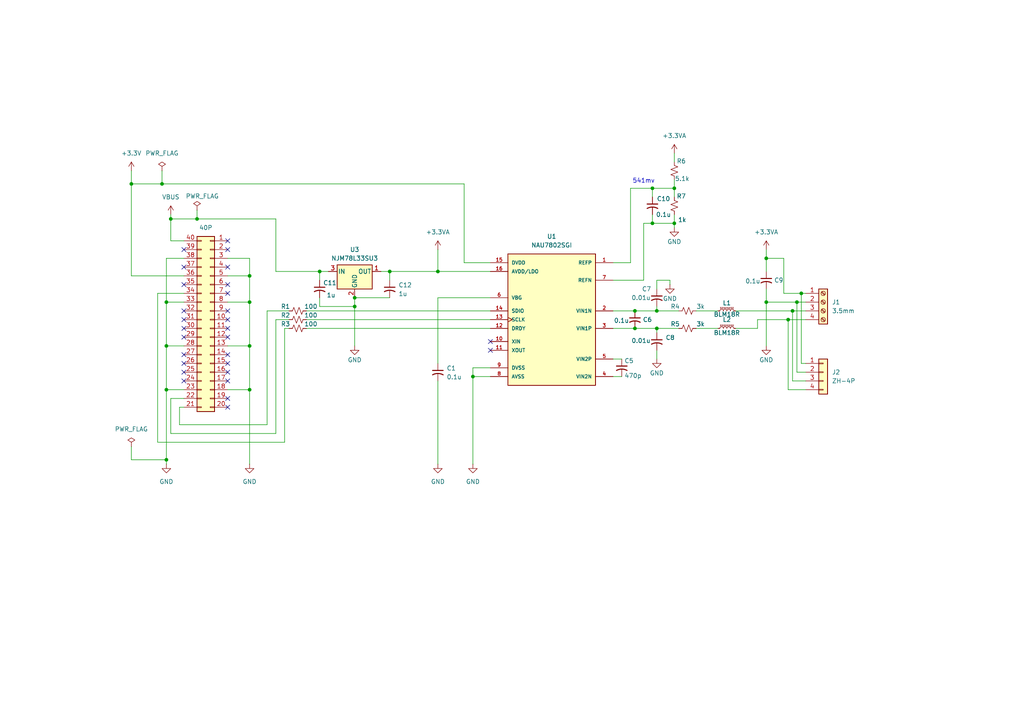
<source format=kicad_sch>
(kicad_sch (version 20250114) (generator "eeschema") (generator_version "9.0")
  (paper "A4")
  (lib_symbols
    (symbol "Connector:Screw_Terminal_01x04" (pin_names (offset 1.016) (hide yes))
      (property "Reference" "J" (at 0 5.08 0))
      (property "Value" "Screw_Terminal_01x04" (at 0 -7.62 0))
      (symbol "Screw_Terminal_01x04_1_1"
        (rectangle (start -1.27 3.81) (end 1.27 -6.35) (stroke (width 0.254)) (fill (type background)))
        (polyline (pts (xy -0.5334 2.8702) (xy 0.3302 2.032)) (stroke (width 0.1524)))
        (polyline (pts (xy -0.5334 0.3302) (xy 0.3302 -0.508)) (stroke (width 0.1524)))
        (polyline (pts (xy -0.5334 -2.2098) (xy 0.3302 -3.048)) (stroke (width 0.1524)))
        (polyline (pts (xy -0.5334 -4.7498) (xy 0.3302 -5.588)) (stroke (width 0.1524)))
        (polyline (pts (xy -0.3556 3.048) (xy 0.508 2.2098)) (stroke (width 0.1524)))
        (polyline (pts (xy -0.3556 0.508) (xy 0.508 -0.3302)) (stroke (width 0.1524)))
        (polyline (pts (xy -0.3556 -2.032) (xy 0.508 -2.8702)) (stroke (width 0.1524)))
        (polyline (pts (xy -0.3556 -4.572) (xy 0.508 -5.4102)) (stroke (width 0.1524)))
        (circle (center 0 2.54) (radius 0.635) (stroke (width 0.1524)))
        (circle (center 0 0) (radius 0.635) (stroke (width 0.1524)))
        (circle (center 0 -2.54) (radius 0.635) (stroke (width 0.1524)))
        (circle (center 0 -5.08) (radius 0.635) (stroke (width 0.1524)))
        (pin passive line (at -5.08 2.54 0) (length 3.81) (name "Pin_1") (number "1"))
        (pin passive line (at -5.08 0 0) (length 3.81) (name "Pin_2") (number "2"))
        (pin passive line (at -5.08 -2.54 0) (length 3.81) (name "Pin_3") (number "3"))
        (pin passive line (at -5.08 -5.08 0) (length 3.81) (name "Pin_4") (number "4"))
      )
    )
    (symbol "Connector_Generic:Conn_01x04" (pin_names (offset 1.016) (hide yes))
      (property "Reference" "J" (at 0 5.08 0))
      (property "Value" "Conn_01x04" (at 0 -7.62 0))
      (symbol "Conn_01x04_1_1"
        (rectangle (start -1.27 3.81) (end 1.27 -6.35) (stroke (width 0.254)) (fill (type background)))
        (rectangle (start -1.27 2.667) (end 0 2.413) (stroke (width 0.1524)))
        (rectangle (start -1.27 0.127) (end 0 -0.127) (stroke (width 0.1524)))
        (rectangle (start -1.27 -2.413) (end 0 -2.667) (stroke (width 0.1524)))
        (rectangle (start -1.27 -4.953) (end 0 -5.207) (stroke (width 0.1524)))
        (pin passive line (at -5.08 2.54 0) (length 3.81) (name "Pin_1") (number "1"))
        (pin passive line (at -5.08 0 0) (length 3.81) (name "Pin_2") (number "2"))
        (pin passive line (at -5.08 -2.54 0) (length 3.81) (name "Pin_3") (number "3"))
        (pin passive line (at -5.08 -5.08 0) (length 3.81) (name "Pin_4") (number "4"))
      )
    )
    (symbol "Connector_Generic:Conn_02x20_Counter_Clockwise" (pin_names (offset 1.016) (hide yes))
      (property "Reference" "J" (at 1.27 25.4 0))
      (property "Value" "Conn_02x20_Counter_Clockwise" (at 1.27 -27.94 0))
      (symbol "Conn_02x20_Counter_Clockwise_1_1"
        (rectangle (start -1.27 24.13) (end 3.81 -26.67) (stroke (width 0.254)) (fill (type background)))
        (rectangle (start -1.27 22.987) (end 0 22.733) (stroke (width 0.1524)))
        (rectangle (start -1.27 20.447) (end 0 20.193) (stroke (width 0.1524)))
        (rectangle (start -1.27 17.907) (end 0 17.653) (stroke (width 0.1524)))
        (rectangle (start -1.27 15.367) (end 0 15.113) (stroke (width 0.1524)))
        (rectangle (start -1.27 12.827) (end 0 12.573) (stroke (width 0.1524)))
        (rectangle (start -1.27 10.287) (end 0 10.033) (stroke (width 0.1524)))
        (rectangle (start -1.27 7.747) (end 0 7.493) (stroke (width 0.1524)))
        (rectangle (start -1.27 5.207) (end 0 4.953) (stroke (width 0.1524)))
        (rectangle (start -1.27 2.667) (end 0 2.413) (stroke (width 0.1524)))
        (rectangle (start -1.27 0.127) (end 0 -0.127) (stroke (width 0.1524)))
        (rectangle (start -1.27 -2.413) (end 0 -2.667) (stroke (width 0.1524)))
        (rectangle (start -1.27 -4.953) (end 0 -5.207) (stroke (width 0.1524)))
        (rectangle (start -1.27 -7.493) (end 0 -7.747) (stroke (width 0.1524)))
        (rectangle (start -1.27 -10.033) (end 0 -10.287) (stroke (width 0.1524)))
        (rectangle (start -1.27 -12.573) (end 0 -12.827) (stroke (width 0.1524)))
        (rectangle (start -1.27 -15.113) (end 0 -15.367) (stroke (width 0.1524)))
        (rectangle (start -1.27 -17.653) (end 0 -17.907) (stroke (width 0.1524)))
        (rectangle (start -1.27 -20.193) (end 0 -20.447) (stroke (width 0.1524)))
        (rectangle (start -1.27 -22.733) (end 0 -22.987) (stroke (width 0.1524)))
        (rectangle (start -1.27 -25.273) (end 0 -25.527) (stroke (width 0.1524)))
        (rectangle (start 3.81 22.987) (end 2.54 22.733) (stroke (width 0.1524)))
        (rectangle (start 3.81 20.447) (end 2.54 20.193) (stroke (width 0.1524)))
        (rectangle (start 3.81 17.907) (end 2.54 17.653) (stroke (width 0.1524)))
        (rectangle (start 3.81 15.367) (end 2.54 15.113) (stroke (width 0.1524)))
        (rectangle (start 3.81 12.827) (end 2.54 12.573) (stroke (width 0.1524)))
        (rectangle (start 3.81 10.287) (end 2.54 10.033) (stroke (width 0.1524)))
        (rectangle (start 3.81 7.747) (end 2.54 7.493) (stroke (width 0.1524)))
        (rectangle (start 3.81 5.207) (end 2.54 4.953) (stroke (width 0.1524)))
        (rectangle (start 3.81 2.667) (end 2.54 2.413) (stroke (width 0.1524)))
        (rectangle (start 3.81 0.127) (end 2.54 -0.127) (stroke (width 0.1524)))
        (rectangle (start 3.81 -2.413) (end 2.54 -2.667) (stroke (width 0.1524)))
        (rectangle (start 3.81 -4.953) (end 2.54 -5.207) (stroke (width 0.1524)))
        (rectangle (start 3.81 -7.493) (end 2.54 -7.747) (stroke (width 0.1524)))
        (rectangle (start 3.81 -10.033) (end 2.54 -10.287) (stroke (width 0.1524)))
        (rectangle (start 3.81 -12.573) (end 2.54 -12.827) (stroke (width 0.1524)))
        (rectangle (start 3.81 -15.113) (end 2.54 -15.367) (stroke (width 0.1524)))
        (rectangle (start 3.81 -17.653) (end 2.54 -17.907) (stroke (width 0.1524)))
        (rectangle (start 3.81 -20.193) (end 2.54 -20.447) (stroke (width 0.1524)))
        (rectangle (start 3.81 -22.733) (end 2.54 -22.987) (stroke (width 0.1524)))
        (rectangle (start 3.81 -25.273) (end 2.54 -25.527) (stroke (width 0.1524)))
        (pin passive line (at -5.08 22.86 0) (length 3.81) (name "Pin_1") (number "1"))
        (pin passive line (at -5.08 20.32 0) (length 3.81) (name "Pin_2") (number "2"))
        (pin passive line (at -5.08 17.78 0) (length 3.81) (name "Pin_3") (number "3"))
        (pin passive line (at -5.08 15.24 0) (length 3.81) (name "Pin_4") (number "4"))
        (pin passive line (at -5.08 12.7 0) (length 3.81) (name "Pin_5") (number "5"))
        (pin passive line (at -5.08 10.16 0) (length 3.81) (name "Pin_6") (number "6"))
        (pin passive line (at -5.08 7.62 0) (length 3.81) (name "Pin_7") (number "7"))
        (pin passive line (at -5.08 5.08 0) (length 3.81) (name "Pin_8") (number "8"))
        (pin passive line (at -5.08 2.54 0) (length 3.81) (name "Pin_9") (number "9"))
        (pin passive line (at -5.08 0 0) (length 3.81) (name "Pin_10") (number "10"))
        (pin passive line (at -5.08 -2.54 0) (length 3.81) (name "Pin_11") (number "11"))
        (pin passive line (at -5.08 -5.08 0) (length 3.81) (name "Pin_12") (number "12"))
        (pin passive line (at -5.08 -7.62 0) (length 3.81) (name "Pin_13") (number "13"))
        (pin passive line (at -5.08 -10.16 0) (length 3.81) (name "Pin_14") (number "14"))
        (pin passive line (at -5.08 -12.7 0) (length 3.81) (name "Pin_15") (number "15"))
        (pin passive line (at -5.08 -15.24 0) (length 3.81) (name "Pin_16") (number "16"))
        (pin passive line (at -5.08 -17.78 0) (length 3.81) (name "Pin_17") (number "17"))
        (pin passive line (at -5.08 -20.32 0) (length 3.81) (name "Pin_18") (number "18"))
        (pin passive line (at -5.08 -22.86 0) (length 3.81) (name "Pin_19") (number "19"))
        (pin passive line (at -5.08 -25.4 0) (length 3.81) (name "Pin_20") (number "20"))
        (pin passive line (at 7.62 22.86 180) (length 3.81) (name "Pin_40") (number "40"))
        (pin passive line (at 7.62 20.32 180) (length 3.81) (name "Pin_39") (number "39"))
        (pin passive line (at 7.62 17.78 180) (length 3.81) (name "Pin_38") (number "38"))
        (pin passive line (at 7.62 15.24 180) (length 3.81) (name "Pin_37") (number "37"))
        (pin passive line (at 7.62 12.7 180) (length 3.81) (name "Pin_36") (number "36"))
        (pin passive line (at 7.62 10.16 180) (length 3.81) (name "Pin_35") (number "35"))
        (pin passive line (at 7.62 7.62 180) (length 3.81) (name "Pin_34") (number "34"))
        (pin passive line (at 7.62 5.08 180) (length 3.81) (name "Pin_33") (number "33"))
        (pin passive line (at 7.62 2.54 180) (length 3.81) (name "Pin_32") (number "32"))
        (pin passive line (at 7.62 0 180) (length 3.81) (name "Pin_31") (number "31"))
        (pin passive line (at 7.62 -2.54 180) (length 3.81) (name "Pin_30") (number "30"))
        (pin passive line (at 7.62 -5.08 180) (length 3.81) (name "Pin_29") (number "29"))
        (pin passive line (at 7.62 -7.62 180) (length 3.81) (name "Pin_28") (number "28"))
        (pin passive line (at 7.62 -10.16 180) (length 3.81) (name "Pin_27") (number "27"))
        (pin passive line (at 7.62 -12.7 180) (length 3.81) (name "Pin_26") (number "26"))
        (pin passive line (at 7.62 -15.24 180) (length 3.81) (name "Pin_25") (number "25"))
        (pin passive line (at 7.62 -17.78 180) (length 3.81) (name "Pin_24") (number "24"))
        (pin passive line (at 7.62 -20.32 180) (length 3.81) (name "Pin_23") (number "23"))
        (pin passive line (at 7.62 -22.86 180) (length 3.81) (name "Pin_22") (number "22"))
        (pin passive line (at 7.62 -25.4 180) (length 3.81) (name "Pin_21") (number "21"))
      )
    )
    (symbol "Device:C_Small_US" (pin_numbers (hide yes)) (pin_names (offset 0.254) (hide yes))
      (property "Reference" "C" (at 0.254 1.778 0))
      (property "Value" "C_Small_US" (at 0.254 -2.032 0))
      (symbol "C_Small_US_0_1"
        (polyline (pts (xy -1.524 0.508) (xy 1.524 0.508)) (stroke (width 0.3048)))
        (arc (start -1.524 -0.762) (mid 0 -0.3734) (end 1.524 -0.762) (stroke (width 0.3048)))
      )
      (symbol "C_Small_US_1_1"
        (pin passive line (at 0 2.54 270) (length 2.032) (name "~") (number "1"))
        (pin passive line (at 0 -2.54 90) (length 2.032) (name "~") (number "2"))
      )
    )
    (symbol "Device:L_Ferrite_Small" (pin_numbers (hide yes)) (pin_names (offset 0.254) (hide yes))
      (property "Reference" "L" (at 1.27 1.016 0))
      (property "Value" "L_Ferrite_Small" (at 1.27 -1.27 0))
      (symbol "L_Ferrite_Small_0_1"
        (arc (start 0 2.032) (mid 0.5058 1.524) (end 0 1.016))
        (arc (start 0 1.016) (mid 0.5058 0.508) (end 0 0))
        (arc (start 0 0) (mid 0.5058 -0.508) (end 0 -1.016))
        (arc (start 0 -1.016) (mid 0.5058 -1.524) (end 0 -2.032))
        (polyline (pts (xy 0.762 1.651) (xy 0.762 1.905)))
        (polyline (pts (xy 0.762 1.143) (xy 0.762 1.397)))
        (polyline (pts (xy 0.762 0.635) (xy 0.762 0.889)))
        (polyline (pts (xy 0.762 0.127) (xy 0.762 0.381)))
        (polyline (pts (xy 0.762 -0.381) (xy 0.762 -0.127)))
        (polyline (pts (xy 0.762 -0.889) (xy 0.762 -0.635)))
        (polyline (pts (xy 0.762 -1.397) (xy 0.762 -1.143)))
        (polyline (pts (xy 0.762 -1.905) (xy 0.762 -1.651)))
        (polyline (pts (xy 1.016 1.905) (xy 1.016 1.651)))
        (polyline (pts (xy 1.016 1.397) (xy 1.016 1.143)))
        (polyline (pts (xy 1.016 0.889) (xy 1.016 0.635)))
        (polyline (pts (xy 1.016 0.381) (xy 1.016 0.127)))
        (polyline (pts (xy 1.016 -0.127) (xy 1.016 -0.381)))
        (polyline (pts (xy 1.016 -0.635) (xy 1.016 -0.889)))
        (polyline (pts (xy 1.016 -1.143) (xy 1.016 -1.397)))
        (polyline (pts (xy 1.016 -1.651) (xy 1.016 -1.905)))
      )
      (symbol "L_Ferrite_Small_1_1"
        (pin passive line (at 0 2.54 270) (length 0.508) (name "~") (number "1"))
        (pin passive line (at 0 -2.54 90) (length 0.508) (name "~") (number "2"))
      )
    )
    (symbol "Device:R_Small_US" (pin_numbers (hide yes)) (pin_names (offset 0.254) (hide yes))
      (property "Reference" "R" (at 0.762 0.508 0))
      (property "Value" "R_Small_US" (at 0.762 -1.016 0))
      (symbol "R_Small_US_1_1"
        (polyline (pts (xy 0 1.524) (xy 1.016 1.143) (xy 0 0.762) (xy -1.016 0.381) (xy 0 0)))
        (polyline (pts (xy 0 0) (xy 1.016 -0.381) (xy 0 -0.762) (xy -1.016 -1.143) (xy 0 -1.524)))
        (pin passive line (at 0 2.54 270) (length 1.016) (name "~") (number "1"))
        (pin passive line (at 0 -2.54 90) (length 1.016) (name "~") (number "2"))
      )
    )
    (symbol "NAU7802SGI:NAU7802SGI" (pin_names (offset 1.016))
      (property "Reference" "U1" (at 0 22.86 0))
      (property "Value" "NAU7802SGI" (at 0 20.32 0))
      (symbol "NAU7802SGI_0_0"
        (rectangle (start -12.7 -20.32) (end 12.7 17.78) (stroke (width 0.254)) (fill (type background)))
        (pin input line (at -17.78 15.24 0) (length 5.08) (name "REFP") (number "1"))
        (pin input line (at -17.78 10.16 0) (length 5.08) (name "REFN") (number "7"))
        (pin input line (at -17.78 1.27 0) (length 5.08) (name "VIN1N") (number "2"))
        (pin input line (at -17.78 -3.81 0) (length 5.08) (name "VIN1P") (number "3"))
        (pin input line (at -17.78 -12.7 0) (length 5.08) (name "VIN2P") (number "5"))
        (pin input line (at -17.78 -17.78 0) (length 5.08) (name "VIN2N") (number "4"))
        (pin power_in line (at 17.78 15.24 180) (length 5.08) (name "DVDD") (number "15"))
        (pin power_in line (at 17.78 12.7 180) (length 5.08) (name "AVDD/LDO") (number "16"))
        (pin output line (at 17.78 5.08 180) (length 5.08) (name "VBG") (number "6"))
        (pin bidirectional line (at 17.78 1.27 180) (length 5.08) (name "SDIO") (number "14"))
        (pin input clock (at 17.78 -1.27 180) (length 5.08) (name "SCLK") (number "13"))
        (pin output line (at 17.78 -3.81 180) (length 5.08) (name "DRDY") (number "12"))
        (pin input line (at 17.78 -7.62 180) (length 5.08) (name "XIN") (number "10"))
        (pin output line (at 17.78 -10.16 180) (length 5.08) (name "XOUT") (number "11"))
        (pin power_in line (at 17.78 -15.24 180) (length 5.08) (name "DVSS") (number "9"))
        (pin power_in line (at 17.78 -17.78 180) (length 5.08) (name "AVSS") (number "8"))
      )
    )
    (symbol "Regulator_Linear:MC78L05_SOT89" (pin_names (offset 0.254))
      (property "Reference" "U" (at -3.81 3.175 0))
      (property "Value" "MC78L05_SOT89" (at -0.635 3.175 0))
      (symbol "MC78L05_SOT89_0_1"
        (rectangle (start -5.08 1.905) (end 5.08 -5.08) (stroke (width 0.254)) (fill (type background)))
      )
      (symbol "MC78L05_SOT89_1_1"
        (pin power_in line (at -7.62 0 0) (length 2.54) (name "IN") (number "3"))
        (pin power_in line (at 0 -7.62 90) (length 2.54) (name "GND") (number "2"))
        (pin power_out line (at 7.62 0 180) (length 2.54) (name "OUT") (number "1"))
      )
    )
    (symbol "power:+3.3V" (power) (pin_numbers (hide yes)) (pin_names (offset 0) (hide yes))
      (property "Value" "+3.3V" (at 0 3.556 0))
      (symbol "+3.3V_0_1"
        (polyline (pts (xy -0.762 1.27) (xy 0 2.54)))
        (polyline (pts (xy 0 2.54) (xy 0.762 1.27)))
        (polyline (pts (xy 0 0) (xy 0 2.54)))
      )
      (symbol "+3.3V_1_1"
        (pin power_in line (at 0 0 90) (length 0) (name "~") (number "1"))
      )
    )
    (symbol "power:+3.3VA" (power) (pin_numbers (hide yes)) (pin_names (offset 0) (hide yes))
      (property "Value" "+3.3VA" (at 0 3.556 0))
      (symbol "+3.3VA_0_1"
        (polyline (pts (xy -0.762 1.27) (xy 0 2.54)))
        (polyline (pts (xy 0 2.54) (xy 0.762 1.27)))
        (polyline (pts (xy 0 0) (xy 0 2.54)))
      )
      (symbol "+3.3VA_1_1"
        (pin power_in line (at 0 0 90) (length 0) (name "~") (number "1"))
      )
    )
    (symbol "power:GND" (power) (pin_numbers (hide yes)) (pin_names (offset 0) (hide yes))
      (property "Value" "GND" (at 0 -3.81 0))
      (symbol "GND_0_1"
        (polyline (pts (xy 0 0) (xy 0 -1.27) (xy 1.27 -1.27) (xy 0 -2.54) (xy -1.27 -1.27) (xy 0 -1.27)))
      )
      (symbol "GND_1_1"
        (pin power_in line (at 0 0 270) (length 0) (name "~") (number "1"))
      )
    )
    (symbol "power:PWR_FLAG" (power) (pin_numbers (hide yes)) (pin_names (offset 0) (hide yes))
      (property "Value" "PWR_FLAG" (at 0 3.81 0))
      (symbol "PWR_FLAG_0_0"
        (pin power_out line (at 0 0 90) (length 0) (name "~") (number "1"))
      )
      (symbol "PWR_FLAG_0_1"
        (polyline (pts (xy 0 0) (xy 0 1.27) (xy -1.016 1.905) (xy 0 2.54) (xy 1.016 1.905) (xy 0 1.27)))
      )
    )
    (symbol "power:VBUS" (power) (pin_numbers (hide yes)) (pin_names (offset 0) (hide yes))
      (property "Value" "VBUS" (at 0 3.556 0))
      (symbol "VBUS_0_1"
        (polyline (pts (xy -0.762 1.27) (xy 0 2.54)))
        (polyline (pts (xy 0 2.54) (xy 0.762 1.27)))
        (polyline (pts (xy 0 0) (xy 0 2.54)))
      )
      (symbol "VBUS_1_1"
        (pin power_in line (at 0 0 90) (length 0) (name "~") (number "1"))
      )
    )
  )
  (text "541mv" (at 186.69 52.578 0) (effects (font (size 1.27 1.27))))
  (junction (at 72.39 113.03))
  (junction (at 48.26 87.63))
  (junction (at 229.87 90.17))
  (junction (at 49.53 63.5))
  (junction (at 190.5 90.17))
  (junction (at 48.26 113.03))
  (junction (at 57.15 63.5))
  (junction (at 48.26 100.33))
  (junction (at 184.15 90.17))
  (junction (at 72.39 80.01))
  (junction (at 102.87 86.36))
  (junction (at 189.23 64.77))
  (junction (at 102.87 88.9))
  (junction (at 72.39 100.33))
  (junction (at 190.5 95.25))
  (junction (at 127 78.74))
  (junction (at 231.14 87.63))
  (junction (at 232.41 85.09))
  (junction (at 137.16 109.22))
  (junction (at 222.25 74.93))
  (junction (at 228.6 92.71))
  (junction (at 46.99 53.34))
  (junction (at 184.15 95.25))
  (junction (at 92.71 78.74))
  (junction (at 113.03 78.74))
  (junction (at 195.58 64.77))
  (junction (at 72.39 87.63))
  (junction (at 195.58 54.61))
  (junction (at 48.26 133.35))
  (junction (at 38.1 53.34))
  (junction (at 222.25 87.63))
  (junction (at 189.23 54.61))
  (no_connect (at 53.34 95.25))
  (no_connect (at 66.04 82.55))
  (no_connect (at 66.04 72.39))
  (no_connect (at 53.34 110.49))
  (no_connect (at 66.04 92.71))
  (no_connect (at 66.04 110.49))
  (no_connect (at 66.04 105.41))
  (no_connect (at 66.04 107.95))
  (no_connect (at 66.04 85.09))
  (no_connect (at 66.04 77.47))
  (no_connect (at 53.34 102.87))
  (no_connect (at 66.04 115.57))
  (no_connect (at 53.34 92.71))
  (no_connect (at 53.34 82.55))
  (no_connect (at 66.04 102.87))
  (no_connect (at 66.04 95.25))
  (no_connect (at 53.34 107.95))
  (no_connect (at 53.34 72.39))
  (no_connect (at 53.34 97.79))
  (no_connect (at 142.24 101.6))
  (no_connect (at 53.34 90.17))
  (no_connect (at 66.04 118.11))
  (no_connect (at 66.04 97.79))
  (no_connect (at 66.04 69.85))
  (no_connect (at 53.34 77.47))
  (no_connect (at 53.34 105.41))
  (no_connect (at 66.04 90.17))
  (no_connect (at 142.24 99.06))
  (wire (pts (xy 137.16 106.68) (xy 137.16 109.22)))
  (wire (pts (xy 102.87 88.9) (xy 102.87 100.33)))
  (wire (pts (xy 137.16 109.22) (xy 137.16 134.62)))
  (wire (pts (xy 48.26 74.93) (xy 53.34 74.93)))
  (wire (pts (xy 48.26 74.93) (xy 48.26 87.63)))
  (wire (pts (xy 77.47 123.19) (xy 77.47 90.17)))
  (wire (pts (xy 66.04 74.93) (xy 72.39 74.93)))
  (wire (pts (xy 229.87 110.49) (xy 229.87 90.17)))
  (wire (pts (xy 177.8 104.14) (xy 180.34 104.14)))
  (wire (pts (xy 190.5 95.25) (xy 190.5 96.52)))
  (wire (pts (xy 38.1 53.34) (xy 46.99 53.34)))
  (wire (pts (xy 137.16 109.22) (xy 142.24 109.22)))
  (wire (pts (xy 189.23 64.77) (xy 195.58 64.77)))
  (wire (pts (xy 213.36 90.17) (xy 229.87 90.17)))
  (wire (pts (xy 113.03 78.74) (xy 113.03 81.28)))
  (wire (pts (xy 72.39 87.63) (xy 72.39 100.33)))
  (wire (pts (xy 46.99 49.53) (xy 46.99 53.34)))
  (wire (pts (xy 66.04 87.63) (xy 72.39 87.63)))
  (wire (pts (xy 195.58 54.61) (xy 189.23 54.61)))
  (wire (pts (xy 66.04 113.03) (xy 72.39 113.03)))
  (wire (pts (xy 80.01 125.73) (xy 49.53 125.73)))
  (wire (pts (xy 57.15 60.96) (xy 57.15 63.5)))
  (wire (pts (xy 92.71 78.74) (xy 95.25 78.74)))
  (wire (pts (xy 222.25 74.93) (xy 227.33 74.93)))
  (wire (pts (xy 127 72.39) (xy 127 78.74)))
  (wire (pts (xy 127 78.74) (xy 142.24 78.74)))
  (wire (pts (xy 195.58 44.45) (xy 195.58 46.99)))
  (wire (pts (xy 110.49 78.74) (xy 113.03 78.74)))
  (wire (pts (xy 48.26 133.35) (xy 48.26 134.62)))
  (wire (pts (xy 190.5 88.9) (xy 190.5 90.17)))
  (wire (pts (xy 49.53 63.5) (xy 57.15 63.5)))
  (wire (pts (xy 52.07 118.11) (xy 52.07 123.19)))
  (wire (pts (xy 88.9 90.17) (xy 142.24 90.17)))
  (wire (pts (xy 222.25 83.82) (xy 222.25 87.63)))
  (wire (pts (xy 184.15 95.25) (xy 190.5 95.25)))
  (wire (pts (xy 80.01 92.71) (xy 80.01 125.73)))
  (wire (pts (xy 189.23 62.23) (xy 189.23 64.77)))
  (wire (pts (xy 72.39 74.93) (xy 72.39 80.01)))
  (wire (pts (xy 190.5 90.17) (xy 196.85 90.17)))
  (wire (pts (xy 195.58 52.07) (xy 195.58 54.61)))
  (wire (pts (xy 184.15 90.17) (xy 190.5 90.17)))
  (wire (pts (xy 190.5 83.82) (xy 190.5 81.28)))
  (wire (pts (xy 227.33 74.93) (xy 227.33 85.09)))
  (wire (pts (xy 88.9 92.71) (xy 142.24 92.71)))
  (wire (pts (xy 82.55 128.27) (xy 45.72 128.27)))
  (wire (pts (xy 219.71 92.71) (xy 219.71 95.25)))
  (wire (pts (xy 72.39 113.03) (xy 72.39 134.62)))
  (wire (pts (xy 232.41 105.41) (xy 232.41 85.09)))
  (wire (pts (xy 49.53 63.5) (xy 49.53 69.85)))
  (wire (pts (xy 77.47 90.17) (xy 83.82 90.17)))
  (wire (pts (xy 72.39 80.01) (xy 72.39 87.63)))
  (wire (pts (xy 53.34 118.11) (xy 52.07 118.11)))
  (wire (pts (xy 102.87 86.36) (xy 102.87 88.9)))
  (wire (pts (xy 82.55 95.25) (xy 82.55 128.27)))
  (wire (pts (xy 186.69 81.28) (xy 186.69 64.77)))
  (wire (pts (xy 49.53 125.73) (xy 49.53 115.57)))
  (wire (pts (xy 66.04 100.33) (xy 72.39 100.33)))
  (wire (pts (xy 88.9 95.25) (xy 142.24 95.25)))
  (wire (pts (xy 228.6 113.03) (xy 228.6 92.71)))
  (wire (pts (xy 52.07 123.19) (xy 77.47 123.19)))
  (wire (pts (xy 227.33 85.09) (xy 232.41 85.09)))
  (wire (pts (xy 233.68 92.71) (xy 228.6 92.71)))
  (wire (pts (xy 83.82 95.25) (xy 82.55 95.25)))
  (wire (pts (xy 49.53 69.85) (xy 53.34 69.85)))
  (wire (pts (xy 186.69 64.77) (xy 189.23 64.77)))
  (wire (pts (xy 233.68 110.49) (xy 229.87 110.49)))
  (wire (pts (xy 233.68 113.03) (xy 228.6 113.03)))
  (wire (pts (xy 182.88 54.61) (xy 182.88 76.2)))
  (wire (pts (xy 48.26 100.33) (xy 48.26 113.03)))
  (wire (pts (xy 48.26 113.03) (xy 53.34 113.03)))
  (wire (pts (xy 177.8 90.17) (xy 184.15 90.17)))
  (wire (pts (xy 72.39 100.33) (xy 72.39 113.03)))
  (wire (pts (xy 229.87 90.17) (xy 233.68 90.17)))
  (wire (pts (xy 83.82 92.71) (xy 80.01 92.71)))
  (wire (pts (xy 92.71 88.9) (xy 102.87 88.9)))
  (wire (pts (xy 113.03 78.74) (xy 127 78.74)))
  (wire (pts (xy 80.01 63.5) (xy 80.01 78.74)))
  (wire (pts (xy 80.01 63.5) (xy 57.15 63.5)))
  (wire (pts (xy 222.25 74.93) (xy 222.25 78.74)))
  (wire (pts (xy 127 86.36) (xy 142.24 86.36)))
  (wire (pts (xy 189.23 54.61) (xy 182.88 54.61)))
  (wire (pts (xy 80.01 78.74) (xy 92.71 78.74)))
  (wire (pts (xy 38.1 53.34) (xy 38.1 49.53)))
  (wire (pts (xy 134.62 76.2) (xy 142.24 76.2)))
  (wire (pts (xy 231.14 87.63) (xy 233.68 87.63)))
  (wire (pts (xy 48.26 87.63) (xy 48.26 100.33)))
  (wire (pts (xy 177.8 109.22) (xy 180.34 109.22)))
  (wire (pts (xy 195.58 54.61) (xy 195.58 57.15)))
  (wire (pts (xy 177.8 81.28) (xy 186.69 81.28)))
  (wire (pts (xy 222.25 72.39) (xy 222.25 74.93)))
  (wire (pts (xy 38.1 129.54) (xy 38.1 133.35)))
  (wire (pts (xy 134.62 53.34) (xy 134.62 76.2)))
  (wire (pts (xy 194.31 81.28) (xy 194.31 82.55)))
  (wire (pts (xy 231.14 107.95) (xy 231.14 87.63)))
  (wire (pts (xy 92.71 78.74) (xy 92.71 81.28)))
  (wire (pts (xy 233.68 105.41) (xy 232.41 105.41)))
  (wire (pts (xy 201.93 90.17) (xy 208.28 90.17)))
  (wire (pts (xy 222.25 87.63) (xy 222.25 100.33)))
  (wire (pts (xy 142.24 106.68) (xy 137.16 106.68)))
  (wire (pts (xy 45.72 128.27) (xy 45.72 85.09)))
  (wire (pts (xy 195.58 64.77) (xy 195.58 66.04)))
  (wire (pts (xy 48.26 100.33) (xy 53.34 100.33)))
  (wire (pts (xy 177.8 76.2) (xy 182.88 76.2)))
  (wire (pts (xy 38.1 80.01) (xy 38.1 53.34)))
  (wire (pts (xy 92.71 86.36) (xy 92.71 88.9)))
  (wire (pts (xy 46.99 53.34) (xy 134.62 53.34)))
  (wire (pts (xy 127 105.41) (xy 127 86.36)))
  (wire (pts (xy 177.8 95.25) (xy 184.15 95.25)))
  (wire (pts (xy 38.1 133.35) (xy 48.26 133.35)))
  (wire (pts (xy 201.93 95.25) (xy 208.28 95.25)))
  (wire (pts (xy 49.53 62.23) (xy 49.53 63.5)))
  (wire (pts (xy 48.26 113.03) (xy 48.26 133.35)))
  (wire (pts (xy 49.53 115.57) (xy 53.34 115.57)))
  (wire (pts (xy 213.36 95.25) (xy 219.71 95.25)))
  (wire (pts (xy 222.25 87.63) (xy 231.14 87.63)))
  (wire (pts (xy 232.41 85.09) (xy 233.68 85.09)))
  (wire (pts (xy 48.26 87.63) (xy 53.34 87.63)))
  (wire (pts (xy 66.04 80.01) (xy 72.39 80.01)))
  (wire (pts (xy 195.58 62.23) (xy 195.58 64.77)))
  (wire (pts (xy 190.5 95.25) (xy 196.85 95.25)))
  (wire (pts (xy 190.5 81.28) (xy 194.31 81.28)))
  (wire (pts (xy 190.5 101.6) (xy 190.5 104.14)))
  (wire (pts (xy 233.68 107.95) (xy 231.14 107.95)))
  (wire (pts (xy 228.6 92.71) (xy 219.71 92.71)))
  (wire (pts (xy 45.72 85.09) (xy 53.34 85.09)))
  (wire (pts (xy 189.23 54.61) (xy 189.23 57.15)))
  (wire (pts (xy 102.87 86.36) (xy 113.03 86.36)))
  (wire (pts (xy 127 110.49) (xy 127 134.62)))
  (wire (pts (xy 53.34 80.01) (xy 38.1 80.01)))
  (symbol (lib_id "Device:L_Ferrite_Small") (at 210.82 95.25 90) (unit 1)
    (property "Reference" "L2" (at 210.82 92.71 90))
    (property "Value" "BLM18R" (at 210.82 96.52 90))
    (property "Footprint" "Resistor_SMD:R_0603_1608Metric_Pad0.98x0.95mm_HandSolder" (effects (hide yes)))
    (property "Description" "Inductor with ferrite core, small symbol" (effects (hide yes)))
  )
  (symbol (lib_id "Device:C_Small_US") (at 180.34 106.68 0) (unit 1)
    (property "Reference" "C5" (at 181.102 104.648 0) (effects (justify left)))
    (property "Value" "470p" (at 181.102 108.966 0) (effects (justify left)))
    (property "Footprint" "Capacitor_SMD:C_0603_1608Metric_Pad1.08x0.95mm_HandSolder" (effects (hide yes)))
    (property "Description" "capacitor, small US symbol" (effects (hide yes)))
  )
  (symbol (lib_id "power:+3.3VA") (at 222.25 72.39 0) (unit 1)
    (property "Reference" "#PWR011" (effects (hide yes)))
    (property "Value" "+3.3VA" (at 222.25 67.31 0))
    (property "Description" "Power symbol creates a global label with name \"+3.3VA\"" (effects (hide yes)))
  )
  (symbol (lib_id "Connector:Screw_Terminal_01x04") (at 238.76 87.63 0) (unit 1)
    (property "Reference" "J1" (at 241.3 87.6299 0) (effects (justify left)))
    (property "Value" "3.5mm" (at 241.3 90.1699 0) (effects (justify left)))
    (property "Footprint" "TerminalBlock_4Ucon:TerminalBlock_4Ucon_1x04_P3.50mm_Horizontal" (effects (hide yes)))
    (property "Description" "Generic screw terminal, single row, 01x04, script generated (kicad-library-utils/schlib/autogen/connector/)" (effects (hide yes)))
  )
  (symbol (lib_id "power:GND") (at 195.58 66.04 0) (unit 1)
    (property "Reference" "#PWR018" (effects (hide yes)))
    (property "Value" "GND" (at 195.58 70.104 0))
    (property "Description" "Power symbol creates a global label with name \"GND\" , ground" (effects (hide yes)))
  )
  (symbol (lib_id "power:+3.3VA") (at 195.58 44.45 0) (unit 1)
    (property "Reference" "#PWR010" (effects (hide yes)))
    (property "Value" "+3.3VA" (at 195.58 39.37 0))
    (property "Description" "Power symbol creates a global label with name \"+3.3VA\"" (effects (hide yes)))
  )
  (symbol (lib_id "power:GND") (at 137.16 134.62 0) (unit 1)
    (property "Reference" "#PWR05" (effects (hide yes)))
    (property "Value" "GND" (at 137.16 139.7 0))
    (property "Description" "Power symbol creates a global label with name \"GND\" , ground" (effects (hide yes)))
  )
  (symbol (lib_id "Regulator_Linear:MC78L05_SOT89") (at 102.87 78.74 0) (unit 1)
    (property "Reference" "U3" (at 102.87 72.39 0))
    (property "Value" "NJM78L33SU3" (at 102.87 74.93 0))
    (property "Footprint" "Package_TO_SOT_SMD:SOT-89-3" (effects (hide yes)))
    (property "Datasheet" "https://www.onsemi.com/pub/Collateral/MC78L00A-D.PDF" (effects (hide yes)))
    (property "Description" "Positive 100mA 30V Linear Regulator, Fixed Output 5V, SOT-89" (effects (hide yes)))
  )
  (symbol (lib_id "Device:C_Small_US") (at 127 107.95 0) (unit 1)
    (property "Reference" "C1" (at 129.54 106.8069 0) (effects (justify left)))
    (property "Value" "0.1u" (at 129.54 109.3469 0) (effects (justify left)))
    (property "Footprint" "Capacitor_SMD:C_0603_1608Metric_Pad1.08x0.95mm_HandSolder" (effects (hide yes)))
    (property "Description" "capacitor, small US symbol" (effects (hide yes)))
  )
  (symbol (lib_id "power:PWR_FLAG") (at 57.15 60.96 0) (unit 1)
    (property "Reference" "#FLG02" (effects (hide yes)))
    (property "Value" "PWR_FLAG" (at 58.674 56.896 0))
    (property "Description" "Special symbol for telling ERC where power comes from" (effects (hide yes)))
  )
  (symbol (lib_id "Device:C_Small_US") (at 222.25 81.28 0) (unit 1)
    (property "Reference" "C9" (at 224.536 81.28 0) (effects (justify left)))
    (property "Value" "0.1u" (at 216.154 81.534 0) (effects (justify left)))
    (property "Footprint" "Capacitor_SMD:C_0603_1608Metric_Pad1.08x0.95mm_HandSolder" (effects (hide yes)))
    (property "Description" "capacitor, small US symbol" (effects (hide yes)))
  )
  (symbol (lib_id "power:GND") (at 48.26 134.62 0) (unit 1)
    (property "Reference" "#PWR01" (effects (hide yes)))
    (property "Value" "GND" (at 48.26 139.7 0))
    (property "Description" "Power symbol creates a global label with name \"GND\" , ground" (effects (hide yes)))
  )
  (symbol (lib_id "Device:R_Small_US") (at 199.39 90.17 90) (unit 1)
    (property "Reference" "R4" (at 195.834 88.9 90))
    (property "Value" "3k" (at 203.2 88.9 90))
    (property "Footprint" "Resistor_SMD:R_0603_1608Metric_Pad0.98x0.95mm_HandSolder" (effects (hide yes)))
    (property "Description" "Resistor, small US symbol" (effects (hide yes)))
  )
  (symbol (lib_id "power:PWR_FLAG") (at 46.99 49.53 0) (unit 1)
    (property "Reference" "#FLG01" (effects (hide yes)))
    (property "Value" "PWR_FLAG" (at 46.99 44.45 0))
    (property "Description" "Special symbol for telling ERC where power comes from" (effects (hide yes)))
  )
  (symbol (lib_id "Device:C_Small_US") (at 184.15 92.71 0) (unit 1)
    (property "Reference" "C6" (at 186.436 92.71 0) (effects (justify left)))
    (property "Value" "0.1u" (at 178.054 92.964 0) (effects (justify left)))
    (property "Footprint" "Capacitor_SMD:C_0603_1608Metric_Pad1.08x0.95mm_HandSolder" (effects (hide yes)))
    (property "Description" "capacitor, small US symbol" (effects (hide yes)))
  )
  (symbol (lib_id "power:PWR_FLAG") (at 38.1 129.54 0) (unit 1)
    (property "Reference" "#FLG03" (effects (hide yes)))
    (property "Value" "PWR_FLAG" (at 38.1 124.46 0))
    (property "Description" "Special symbol for telling ERC where power comes from" (effects (hide yes)))
  )
  (symbol (lib_id "NAU7802SGI:NAU7802SGI") (at 160.02 91.44 0) (mirror y) (unit 1)
    (property "Reference" "U1" (at 160.02 68.58 0))
    (property "Value" "NAU7802SGI" (at 160.02 71.12 0))
    (property "Footprint" "nau7802:SOIC127P600X175-16N" (effects (hide yes)))
    (property "MF" "Nuvoton Technology Corporation of America" (effects (hide yes)))
    (property "MAXIMUM_PACKAGE_HEIGHT" "1.75mm" (effects (hide yes)))
    (property "Package" "SOP-16 Nuvoton" (effects (hide yes)))
    (property "Price" "None" (effects (hide yes)))
    (property "Check_prices" "https://www.snapeda.com/parts/NAU7802SGI/Nuvoton/view-part/?ref=eda" (effects (hide yes)))
    (property "STANDARD" "IPC-7.51B" (effects (hide yes)))
    (property "PARTREV" "2.6" (effects (hide yes)))
    (property "SnapEDA_Link" "https://www.snapeda.com/parts/NAU7802SGI/Nuvoton/view-part/?ref=snap" (effects (hide yes)))
    (property "MP" "NAU7802SGI" (effects (hide yes)))
    (property "Description_1" "24 Bit Analog to Digital Converter 2 Input 1 Sigma-Delta 16-SOP" (effects (hide yes)))
    (property "Availability" "In Stock" (effects (hide yes)))
    (property "MANUFACTURER" "Nuvoton" (effects (hide yes)))
  )
  (symbol (lib_id "Connector_Generic:Conn_02x20_Counter_Clockwise") (at 60.96 92.71 0) (mirror y) (unit 1)
    (property "Reference" "J7" (effects (hide yes)))
    (property "Value" "40P" (at 59.69 66.04 0))
    (property "Footprint" "RPI_Hat:RPI_Hat_B+" (effects (hide yes)))
    (property "Description" "Generic connector, double row, 02x20, counter clockwise pin numbering scheme (similar to DIP package numbering), script generated (kicad-library-utils/schlib/autogen/connector/)" (effects (hide yes)))
  )
  (symbol (lib_id "power:+3.3V") (at 38.1 49.53 0) (unit 1)
    (property "Reference" "#PWR04" (effects (hide yes)))
    (property "Value" "+3.3V" (at 38.1 44.45 0))
    (property "Description" "Power symbol creates a global label with name \"+3.3V\"" (effects (hide yes)))
  )
  (symbol (lib_id "power:+3.3VA") (at 127 72.39 0) (unit 1)
    (property "Reference" "#PWR09" (effects (hide yes)))
    (property "Value" "+3.3VA" (at 127 67.31 0))
    (property "Description" "Power symbol creates a global label with name \"+3.3VA\"" (effects (hide yes)))
  )
  (symbol (lib_id "Device:R_Small_US") (at 86.36 95.25 90) (unit 1)
    (property "Reference" "R3" (at 82.804 93.98 90))
    (property "Value" "100" (at 90.17 93.98 90))
    (property "Footprint" "Resistor_SMD:R_0603_1608Metric_Pad0.98x0.95mm_HandSolder" (effects (hide yes)))
    (property "Description" "Resistor, small US symbol" (effects (hide yes)))
  )
  (symbol (lib_id "Device:L_Ferrite_Small") (at 210.82 90.17 90) (unit 1)
    (property "Reference" "L1" (at 210.82 87.884 90))
    (property "Value" "BLM18R" (at 210.82 91.186 90))
    (property "Footprint" "Resistor_SMD:R_0603_1608Metric_Pad0.98x0.95mm_HandSolder" (effects (hide yes)))
    (property "Description" "Inductor with ferrite core, small symbol" (effects (hide yes)))
  )
  (symbol (lib_id "Device:R_Small_US") (at 86.36 90.17 90) (unit 1)
    (property "Reference" "R1" (at 82.804 88.9 90))
    (property "Value" "100" (at 90.17 88.9 90))
    (property "Footprint" "Resistor_SMD:R_0603_1608Metric_Pad0.98x0.95mm_HandSolder" (effects (hide yes)))
    (property "Description" "Resistor, small US symbol" (effects (hide yes)))
  )
  (symbol (lib_id "Device:R_Small_US") (at 195.58 49.53 180) (unit 1)
    (property "Reference" "R6" (at 197.612 46.736 0))
    (property "Value" "5.1k" (at 197.866 51.816 0))
    (property "Footprint" "Resistor_SMD:R_0603_1608Metric_Pad0.98x0.95mm_HandSolder" (effects (hide yes)))
    (property "Description" "Resistor, small US symbol" (effects (hide yes)))
  )
  (symbol (lib_id "Device:R_Small_US") (at 199.39 95.25 90) (unit 1)
    (property "Reference" "R5" (at 195.834 93.98 90))
    (property "Value" "3k" (at 203.2 93.98 90))
    (property "Footprint" "Resistor_SMD:R_0603_1608Metric_Pad0.98x0.95mm_HandSolder" (effects (hide yes)))
    (property "Description" "Resistor, small US symbol" (effects (hide yes)))
  )
  (symbol (lib_id "power:GND") (at 194.31 82.55 0) (unit 1)
    (property "Reference" "#PWR014" (effects (hide yes)))
    (property "Value" "GND" (at 194.31 86.614 0))
    (property "Description" "Power symbol creates a global label with name \"GND\" , ground" (effects (hide yes)))
  )
  (symbol (lib_id "Device:C_Small_US") (at 113.03 83.82 0) (unit 1)
    (property "Reference" "C12" (at 115.57 82.6769 0) (effects (justify left)))
    (property "Value" "1u" (at 115.57 85.2169 0) (effects (justify left)))
    (property "Footprint" "Capacitor_SMD:C_0603_1608Metric_Pad1.08x0.95mm_HandSolder" (effects (hide yes)))
    (property "Description" "capacitor, small US symbol" (effects (hide yes)))
  )
  (symbol (lib_id "power:GND") (at 102.87 100.33 0) (unit 1)
    (property "Reference" "#PWR012" (effects (hide yes)))
    (property "Value" "GND" (at 102.87 104.394 0))
    (property "Description" "Power symbol creates a global label with name \"GND\" , ground" (effects (hide yes)))
  )
  (symbol (lib_id "Device:R_Small_US") (at 195.58 59.69 180) (unit 1)
    (property "Reference" "R7" (at 197.612 56.896 0))
    (property "Value" "1k" (at 197.866 63.754 0))
    (property "Footprint" "Resistor_SMD:R_0603_1608Metric_Pad0.98x0.95mm_HandSolder" (effects (hide yes)))
    (property "Description" "Resistor, small US symbol" (effects (hide yes)))
  )
  (symbol (lib_id "Device:C_Small_US") (at 92.71 83.82 0) (unit 1)
    (property "Reference" "C11" (at 93.726 82.042 0) (effects (justify left)))
    (property "Value" "1u" (at 94.742 85.598 0) (effects (justify left)))
    (property "Footprint" "Capacitor_SMD:C_0603_1608Metric_Pad1.08x0.95mm_HandSolder" (effects (hide yes)))
    (property "Description" "capacitor, small US symbol" (effects (hide yes)))
  )
  (symbol (lib_id "Connector_Generic:Conn_01x04") (at 238.76 107.95 0) (unit 1)
    (property "Reference" "J2" (at 241.3 107.9499 0) (effects (justify left)))
    (property "Value" "ZH-4P" (at 241.3 110.4899 0) (effects (justify left)))
    (property "Footprint" "Connector_JST:JST_ZH_B4B-ZR_1x04_P1.50mm_Vertical" (effects (hide yes)))
    (property "Description" "Generic connector, single row, 01x04, script generated (kicad-library-utils/schlib/autogen/connector/)" (effects (hide yes)))
  )
  (symbol (lib_id "power:GND") (at 190.5 104.14 0) (unit 1)
    (property "Reference" "#PWR013" (effects (hide yes)))
    (property "Value" "GND" (at 190.5 108.204 0))
    (property "Description" "Power symbol creates a global label with name \"GND\" , ground" (effects (hide yes)))
  )
  (symbol (lib_id "power:GND") (at 72.39 134.62 0) (unit 1)
    (property "Reference" "#PWR03" (effects (hide yes)))
    (property "Value" "GND" (at 72.39 139.7 0))
    (property "Description" "Power symbol creates a global label with name \"GND\" , ground" (effects (hide yes)))
  )
  (symbol (lib_id "power:GND") (at 222.25 100.33 0) (unit 1)
    (property "Reference" "#PWR016" (effects (hide yes)))
    (property "Value" "GND" (at 222.25 104.394 0))
    (property "Description" "Power symbol creates a global label with name \"GND\" , ground" (effects (hide yes)))
  )
  (symbol (lib_id "Device:C_Small_US") (at 190.5 99.06 0) (unit 1)
    (property "Reference" "C8" (at 193.04 97.9169 0) (effects (justify left)))
    (property "Value" "0.01u" (at 183.134 98.806 0) (effects (justify left)))
    (property "Footprint" "Capacitor_SMD:C_0603_1608Metric_Pad1.08x0.95mm_HandSolder" (effects (hide yes)))
    (property "Description" "capacitor, small US symbol" (effects (hide yes)))
  )
  (symbol (lib_id "Device:C_Small_US") (at 189.23 59.69 0) (unit 1)
    (property "Reference" "C10" (at 190.5 57.658 0) (effects (justify left)))
    (property "Value" "0.1u" (at 190.246 62.23 0) (effects (justify left)))
    (property "Footprint" "Capacitor_SMD:C_0603_1608Metric_Pad1.08x0.95mm_HandSolder" (effects (hide yes)))
    (property "Description" "capacitor, small US symbol" (effects (hide yes)))
  )
  (symbol (lib_id "Device:R_Small_US") (at 86.36 92.71 90) (unit 1)
    (property "Reference" "R2" (at 82.804 91.44 90))
    (property "Value" "100" (at 90.17 91.44 90))
    (property "Footprint" "Resistor_SMD:R_0603_1608Metric_Pad0.98x0.95mm_HandSolder" (effects (hide yes)))
    (property "Description" "Resistor, small US symbol" (effects (hide yes)))
  )
  (symbol (lib_id "power:VBUS") (at 49.53 62.23 0) (unit 1)
    (property "Reference" "#PWR07" (effects (hide yes)))
    (property "Value" "VBUS" (at 49.53 57.15 0))
    (property "Description" "Power symbol creates a global label with name \"VBUS\"" (effects (hide yes)))
  )
  (symbol (lib_id "Device:C_Small_US") (at 190.5 86.36 0) (unit 1)
    (property "Reference" "C7" (at 186.182 83.82 0) (effects (justify left)))
    (property "Value" "0.01u" (at 183.134 86.36 0) (effects (justify left)))
    (property "Footprint" "Capacitor_SMD:C_0603_1608Metric_Pad1.08x0.95mm_HandSolder" (effects (hide yes)))
    (property "Description" "capacitor, small US symbol" (effects (hide yes)))
  )
  (symbol (lib_id "power:GND") (at 127 134.62 0) (unit 1)
    (property "Reference" "#PWR06" (effects (hide yes)))
    (property "Value" "GND" (at 127 139.7 0))
    (property "Description" "Power symbol creates a global label with name \"GND\" , ground" (effects (hide yes)))
  )
)
</source>
